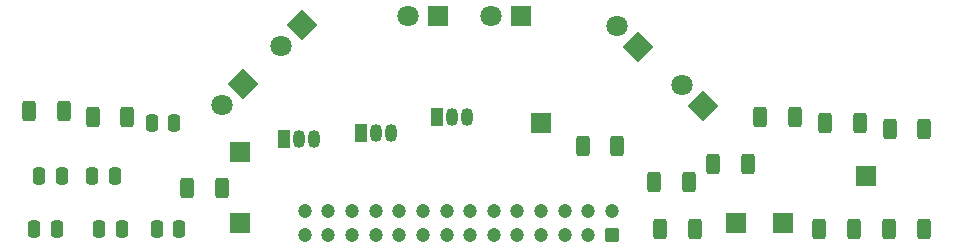
<source format=gbr>
%TF.GenerationSoftware,KiCad,Pcbnew,8.0.1*%
%TF.CreationDate,2024-03-24T18:49:43+02:00*%
%TF.ProjectId,ANTEUS001 MICROMOUSE SENSING,414e5445-5553-4303-9031-204d4943524f,rev?*%
%TF.SameCoordinates,Original*%
%TF.FileFunction,Soldermask,Top*%
%TF.FilePolarity,Negative*%
%FSLAX46Y46*%
G04 Gerber Fmt 4.6, Leading zero omitted, Abs format (unit mm)*
G04 Created by KiCad (PCBNEW 8.0.1) date 2024-03-24 18:49:43*
%MOMM*%
%LPD*%
G01*
G04 APERTURE LIST*
G04 Aperture macros list*
%AMRoundRect*
0 Rectangle with rounded corners*
0 $1 Rounding radius*
0 $2 $3 $4 $5 $6 $7 $8 $9 X,Y pos of 4 corners*
0 Add a 4 corners polygon primitive as box body*
4,1,4,$2,$3,$4,$5,$6,$7,$8,$9,$2,$3,0*
0 Add four circle primitives for the rounded corners*
1,1,$1+$1,$2,$3*
1,1,$1+$1,$4,$5*
1,1,$1+$1,$6,$7*
1,1,$1+$1,$8,$9*
0 Add four rect primitives between the rounded corners*
20,1,$1+$1,$2,$3,$4,$5,0*
20,1,$1+$1,$4,$5,$6,$7,0*
20,1,$1+$1,$6,$7,$8,$9,0*
20,1,$1+$1,$8,$9,$2,$3,0*%
%AMRotRect*
0 Rectangle, with rotation*
0 The origin of the aperture is its center*
0 $1 length*
0 $2 width*
0 $3 Rotation angle, in degrees counterclockwise*
0 Add horizontal line*
21,1,$1,$2,0,0,$3*%
G04 Aperture macros list end*
%ADD10C,1.200000*%
%ADD11RoundRect,0.250000X0.350000X0.350000X-0.350000X0.350000X-0.350000X-0.350000X0.350000X-0.350000X0*%
%ADD12RoundRect,0.250000X-0.312500X-0.625000X0.312500X-0.625000X0.312500X0.625000X-0.312500X0.625000X0*%
%ADD13RoundRect,0.250000X0.312500X0.625000X-0.312500X0.625000X-0.312500X-0.625000X0.312500X-0.625000X0*%
%ADD14RotRect,1.800000X1.800000X135.000000*%
%ADD15C,1.800000*%
%ADD16R,1.800000X1.800000*%
%ADD17RotRect,1.800000X1.800000X225.000000*%
%ADD18O,1.050000X1.500000*%
%ADD19R,1.050000X1.500000*%
%ADD20R,1.700000X1.700000*%
%ADD21RoundRect,0.250000X0.250000X0.475000X-0.250000X0.475000X-0.250000X-0.475000X0.250000X-0.475000X0*%
%ADD22RoundRect,0.250000X-0.250000X-0.475000X0.250000X-0.475000X0.250000X0.475000X-0.250000X0.475000X0*%
G04 APERTURE END LIST*
D10*
%TO.C,J8*%
X87500000Y-73000000D03*
X87500000Y-75000000D03*
X89500000Y-73000000D03*
X89500000Y-75000000D03*
X91500000Y-73000000D03*
X91500000Y-75000000D03*
X93500000Y-73000000D03*
X93499999Y-75000000D03*
X95500000Y-72999999D03*
X95500000Y-75000000D03*
X97500000Y-73000000D03*
X97500001Y-75000000D03*
X99500001Y-73000000D03*
X99500000Y-75000000D03*
X101500000Y-73000000D03*
X101500001Y-75000000D03*
X103500000Y-73000000D03*
X103500000Y-75000000D03*
X105500000Y-73000000D03*
X105500000Y-75000000D03*
X107500000Y-73000000D03*
X107500000Y-75000000D03*
X109499999Y-73000000D03*
X109500000Y-75000000D03*
X111500000Y-73000000D03*
X111499999Y-75000000D03*
X113500000Y-72999999D03*
D11*
X113500000Y-75000000D03*
%TD*%
D12*
%TO.C,R11*%
X113962500Y-67500000D03*
X111037500Y-67500000D03*
%TD*%
D13*
%TO.C,R12*%
X125000000Y-69000000D03*
X122075000Y-69000000D03*
%TD*%
D12*
%TO.C,R10*%
X139962500Y-66000000D03*
X137037500Y-66000000D03*
%TD*%
%TO.C,R9*%
X139925000Y-74500000D03*
X137000000Y-74500000D03*
%TD*%
%TO.C,R8*%
X67100000Y-64500000D03*
X64175000Y-64500000D03*
%TD*%
%TO.C,R7*%
X72462500Y-65000000D03*
X69537500Y-65000000D03*
%TD*%
%TO.C,R6*%
X134500000Y-65500000D03*
X131575000Y-65500000D03*
%TD*%
%TO.C,R5*%
X131037500Y-74500000D03*
X133962500Y-74500000D03*
%TD*%
%TO.C,R4*%
X129000000Y-65000000D03*
X126075000Y-65000000D03*
%TD*%
D13*
%TO.C,R3*%
X80462500Y-71000000D03*
X77537500Y-71000000D03*
%TD*%
D12*
%TO.C,R2*%
X120000000Y-70500000D03*
X117075000Y-70500000D03*
%TD*%
%TO.C,R1*%
X117575000Y-74500000D03*
X120500000Y-74500000D03*
%TD*%
D14*
%TO.C,Q6*%
X121237300Y-64065900D03*
D15*
X119441249Y-62269849D03*
%TD*%
%TO.C,Q5*%
X103235000Y-56475000D03*
D16*
X105775000Y-56475000D03*
%TD*%
D15*
%TO.C,Q4*%
X85500049Y-58999951D03*
D17*
X87296100Y-57203900D03*
%TD*%
D18*
%TO.C,Q3*%
X101270000Y-65000000D03*
X100000000Y-65000000D03*
D19*
X98730000Y-65000000D03*
%TD*%
D18*
%TO.C,Q2*%
X94770000Y-66360000D03*
X93500000Y-66360000D03*
D19*
X92230000Y-66360000D03*
%TD*%
D18*
%TO.C,Q1*%
X88270000Y-66860000D03*
X87000000Y-66860000D03*
D19*
X85730000Y-66860000D03*
%TD*%
D20*
%TO.C,J7*%
X124000000Y-74000000D03*
%TD*%
%TO.C,J6*%
X135000000Y-70000000D03*
%TD*%
%TO.C,J5*%
X107500000Y-65500000D03*
%TD*%
%TO.C,J4*%
X128000000Y-74000000D03*
%TD*%
%TO.C,J3*%
X82000000Y-68000000D03*
%TD*%
%TO.C,J2*%
X82000000Y-74000000D03*
%TD*%
D14*
%TO.C,D5*%
X115737300Y-59065900D03*
D15*
X113941249Y-57269849D03*
%TD*%
%TO.C,D3*%
X96235000Y-56475000D03*
D16*
X98775000Y-56475000D03*
%TD*%
D15*
%TO.C,D1*%
X80500049Y-63999951D03*
D17*
X82296100Y-62203900D03*
%TD*%
D21*
%TO.C,C6*%
X74550001Y-65500000D03*
X76449999Y-65500000D03*
%TD*%
%TO.C,C5*%
X71399999Y-70000000D03*
X69500001Y-70000000D03*
%TD*%
%TO.C,C4*%
X74986701Y-74500000D03*
X76886699Y-74500000D03*
%TD*%
D22*
%TO.C,C3*%
X72000000Y-74500000D03*
X70100000Y-74500000D03*
%TD*%
%TO.C,C2*%
X65000000Y-70000000D03*
X66900000Y-70000000D03*
%TD*%
%TO.C,C1*%
X66487500Y-74500000D03*
X64587500Y-74500000D03*
%TD*%
M02*

</source>
